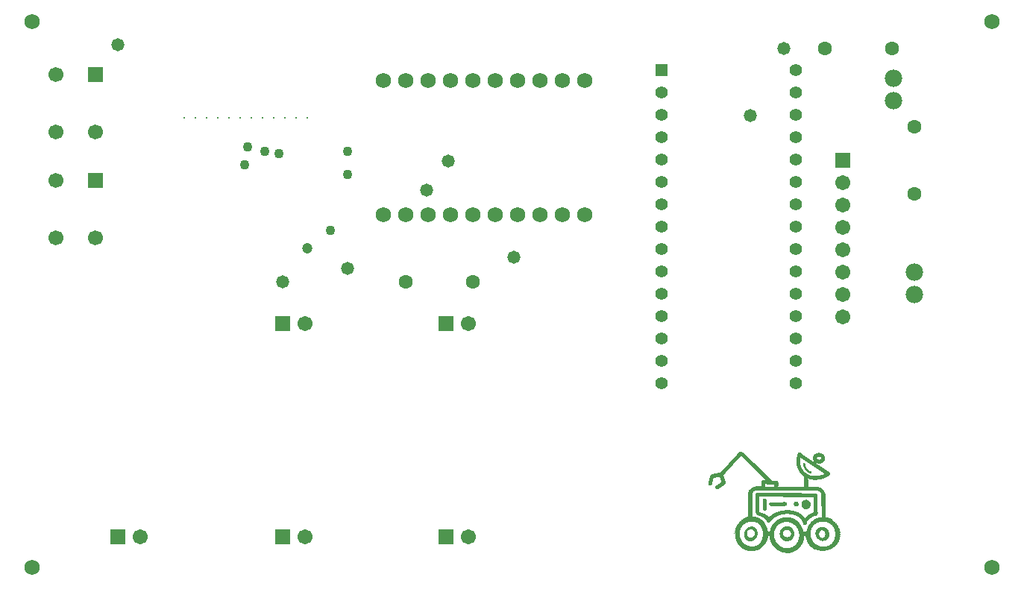
<source format=gts>
G04*
G04 #@! TF.GenerationSoftware,Altium Limited,Altium Designer,22.5.1 (42)*
G04*
G04 Layer_Color=8388736*
%FSLAX44Y44*%
%MOMM*%
G71*
G04*
G04 #@! TF.SameCoordinates,EAF0AC03-D26C-4CD7-8958-07DA66C51CBC*
G04*
G04*
G04 #@! TF.FilePolarity,Negative*
G04*
G01*
G75*
%ADD16C,0.2286*%
%ADD17C,1.7032*%
%ADD18R,1.7032X1.7032*%
%ADD19C,1.7012*%
%ADD20R,1.7012X1.7012*%
%ADD21C,1.6032*%
%ADD22C,1.7272*%
%ADD23C,1.4140*%
%ADD24R,1.4140X1.4140*%
%ADD25R,1.7032X1.7032*%
%ADD26C,1.9812*%
%ADD27C,1.2032*%
%ADD28C,1.4732*%
%ADD29C,1.1032*%
G36*
X826637Y378384D02*
X828059D01*
Y378100D01*
X828628D01*
Y377816D01*
X828912D01*
Y377531D01*
X829196D01*
Y377247D01*
X829765D01*
Y376963D01*
X830049D01*
Y376678D01*
X830334D01*
Y376394D01*
X830618D01*
Y376110D01*
X830902D01*
Y375825D01*
X831187D01*
Y375541D01*
X831471D01*
Y375257D01*
X831755D01*
Y374972D01*
X832040D01*
Y374688D01*
X832324D01*
Y374404D01*
X832608D01*
Y374119D01*
X832893D01*
Y373835D01*
X833177D01*
Y373551D01*
X833461D01*
Y373266D01*
X833745D01*
Y372982D01*
X834030D01*
Y372698D01*
X834314D01*
Y372413D01*
X834598D01*
Y372129D01*
X834883D01*
Y371845D01*
X835167D01*
Y371560D01*
X835452D01*
Y371276D01*
X835736D01*
Y370992D01*
X836020D01*
Y370707D01*
X836304D01*
Y370423D01*
X836589D01*
Y370139D01*
X836873D01*
Y369854D01*
X837158D01*
Y369570D01*
X837442D01*
Y369286D01*
X837726D01*
Y369001D01*
X838010D01*
Y368717D01*
X838295D01*
Y368433D01*
X838579D01*
Y368148D01*
X838863D01*
Y367864D01*
X839148D01*
Y367580D01*
X839432D01*
Y367295D01*
X839716D01*
Y367011D01*
X840001D01*
Y366727D01*
X840285D01*
Y366442D01*
X840569D01*
Y366158D01*
X840854D01*
Y365874D01*
X841422D01*
Y365589D01*
X841707D01*
Y365305D01*
X841991D01*
Y365021D01*
X842275D01*
Y364736D01*
X842560D01*
Y364452D01*
X842844D01*
Y364168D01*
X843128D01*
Y363883D01*
X843413D01*
Y363599D01*
X843697D01*
Y363315D01*
X843981D01*
Y363031D01*
X844266D01*
Y362746D01*
X844550D01*
Y362462D01*
X844834D01*
Y362178D01*
X845119D01*
Y361893D01*
X845403D01*
Y361609D01*
X845687D01*
Y361325D01*
X845972D01*
Y361040D01*
X846256D01*
Y360756D01*
X846540D01*
Y360471D01*
X846825D01*
Y360187D01*
X847109D01*
Y359903D01*
X847393D01*
Y359618D01*
X847678D01*
Y359334D01*
X847962D01*
Y359050D01*
X848246D01*
Y358765D01*
X848531D01*
Y358481D01*
X848815D01*
Y358197D01*
X849099D01*
Y357912D01*
X849384D01*
Y357628D01*
X849668D01*
Y357344D01*
X849952D01*
Y357060D01*
X850237D01*
Y356775D01*
X850521D01*
Y356491D01*
X850805D01*
Y356207D01*
X851090D01*
Y355922D01*
X851374D01*
Y355638D01*
X851658D01*
Y355354D01*
X851943D01*
Y355069D01*
X852227D01*
Y354785D01*
X852795D01*
Y354501D01*
X853080D01*
Y354216D01*
X853364D01*
Y353932D01*
X853649D01*
Y353648D01*
X853933D01*
Y353363D01*
X854217D01*
Y353079D01*
X854501D01*
Y352795D01*
X854786D01*
Y352510D01*
X855070D01*
Y352226D01*
X855355D01*
Y351942D01*
X855639D01*
Y351657D01*
X855923D01*
Y351373D01*
X856208D01*
Y351089D01*
X856492D01*
Y350804D01*
X856776D01*
Y350520D01*
X857060D01*
Y350236D01*
X857345D01*
Y349951D01*
X857629D01*
Y349667D01*
X857913D01*
Y349383D01*
X858198D01*
Y349098D01*
X858482D01*
Y348814D01*
X858766D01*
Y348530D01*
X859051D01*
Y348245D01*
X859335D01*
Y347961D01*
X859619D01*
Y347677D01*
X859904D01*
Y347392D01*
X860188D01*
Y347108D01*
X860472D01*
Y346824D01*
X860757D01*
Y346539D01*
X861041D01*
Y346255D01*
X861325D01*
Y345971D01*
X866728D01*
Y345686D01*
X867865D01*
Y345402D01*
X868149D01*
Y345118D01*
X868434D01*
Y344833D01*
X868718D01*
Y343980D01*
X869002D01*
Y340000D01*
X868718D01*
Y339147D01*
X892886D01*
Y338862D01*
X898288D01*
Y350520D01*
X898004D01*
Y350804D01*
X897435D01*
Y351089D01*
X897151D01*
Y351373D01*
X896866D01*
Y351657D01*
X896298D01*
Y351942D01*
X896013D01*
Y352226D01*
X895729D01*
Y352510D01*
X895445D01*
Y352795D01*
X895160D01*
Y353079D01*
X894876D01*
Y353363D01*
X894592D01*
Y353648D01*
X894307D01*
Y353932D01*
X894023D01*
Y354216D01*
X893739D01*
Y354785D01*
X893455D01*
Y355069D01*
X893170D01*
Y355354D01*
X892886D01*
Y355922D01*
X892601D01*
Y356207D01*
X892317D01*
Y356775D01*
X892033D01*
Y357344D01*
X891749D01*
Y357912D01*
X891464D01*
Y358481D01*
X891180D01*
Y359050D01*
X890895D01*
Y359618D01*
X890611D01*
Y360471D01*
X890327D01*
Y361325D01*
X890042D01*
Y362462D01*
X889758D01*
Y363883D01*
X889474D01*
Y366442D01*
X889190D01*
Y368717D01*
X889474D01*
Y371276D01*
X889758D01*
Y372982D01*
X890042D01*
Y374119D01*
X890327D01*
Y374972D01*
X890611D01*
Y375825D01*
X890895D01*
Y376678D01*
X891180D01*
Y376963D01*
X891464D01*
Y377531D01*
X892033D01*
Y377816D01*
X892601D01*
Y378100D01*
X893455D01*
Y377816D01*
X894307D01*
Y377531D01*
X894592D01*
Y377247D01*
X894876D01*
Y376678D01*
X895160D01*
Y376394D01*
X895445D01*
Y376110D01*
X895729D01*
Y375825D01*
X896298D01*
Y375541D01*
X896582D01*
Y375257D01*
X897151D01*
Y374972D01*
X897435D01*
Y374688D01*
X898004D01*
Y374404D01*
X898288D01*
Y374119D01*
X898857D01*
Y373835D01*
X899141D01*
Y373551D01*
X899710D01*
Y373266D01*
X899994D01*
Y372982D01*
X900563D01*
Y372698D01*
X900847D01*
Y372413D01*
X901416D01*
Y372129D01*
X901700D01*
Y371845D01*
X902269D01*
Y371560D01*
X902553D01*
Y371276D01*
X903122D01*
Y370992D01*
X903406D01*
Y370707D01*
X903975D01*
Y370423D01*
X904259D01*
Y370139D01*
X904828D01*
Y369854D01*
X905112D01*
Y369570D01*
X905681D01*
Y369286D01*
X905965D01*
Y369001D01*
X906534D01*
Y368717D01*
X906818D01*
Y368433D01*
X907387D01*
Y368148D01*
X907671D01*
Y367864D01*
X908240D01*
Y367580D01*
X908524D01*
Y367295D01*
X909092D01*
Y367580D01*
X909377D01*
Y368433D01*
X909092D01*
Y368717D01*
X908808D01*
Y369286D01*
X908524D01*
Y370423D01*
X908240D01*
Y372413D01*
X908524D01*
Y373551D01*
X908808D01*
Y374119D01*
X909092D01*
Y374688D01*
X909377D01*
Y374972D01*
X909661D01*
Y375257D01*
X909946D01*
Y375541D01*
X910230D01*
Y375825D01*
X910514D01*
Y376110D01*
X910798D01*
Y376394D01*
X911367D01*
Y376678D01*
X911936D01*
Y376963D01*
X912789D01*
Y377247D01*
X913926D01*
Y377531D01*
X915916D01*
Y377247D01*
X917054D01*
Y376963D01*
X917907D01*
Y376678D01*
X918475D01*
Y376394D01*
X919044D01*
Y376110D01*
X919328D01*
Y375825D01*
X919897D01*
Y375541D01*
X920181D01*
Y375257D01*
X920466D01*
Y374688D01*
X920750D01*
Y374404D01*
X921034D01*
Y373835D01*
X921319D01*
Y373266D01*
X921603D01*
Y372413D01*
X921887D01*
Y370139D01*
X921603D01*
Y369001D01*
X921319D01*
Y368433D01*
X921034D01*
Y368148D01*
X920750D01*
Y367580D01*
X920466D01*
Y367295D01*
X920181D01*
Y367011D01*
X919897D01*
Y366727D01*
X919328D01*
Y366442D01*
X919044D01*
Y366158D01*
X918475D01*
Y365874D01*
X917907D01*
Y365589D01*
X917054D01*
Y365305D01*
X913357D01*
Y365589D01*
X912505D01*
Y364736D01*
X912789D01*
Y364452D01*
X913357D01*
Y364168D01*
X913642D01*
Y363883D01*
X914210D01*
Y363599D01*
X914495D01*
Y363315D01*
X915063D01*
Y363031D01*
X915348D01*
Y362746D01*
X915916D01*
Y362462D01*
X916201D01*
Y362178D01*
X916769D01*
Y361893D01*
X917054D01*
Y361609D01*
X917622D01*
Y361325D01*
X917907D01*
Y361040D01*
X918475D01*
Y360756D01*
X918760D01*
Y360471D01*
X919328D01*
Y360187D01*
X919613D01*
Y359903D01*
X920181D01*
Y359618D01*
X920466D01*
Y359334D01*
X921034D01*
Y359050D01*
X921319D01*
Y358765D01*
X921887D01*
Y358481D01*
X922172D01*
Y358197D01*
X922740D01*
Y357912D01*
X923025D01*
Y357628D01*
X923593D01*
Y357344D01*
X923878D01*
Y357060D01*
X924446D01*
Y356775D01*
X924731D01*
Y356491D01*
X925015D01*
Y356207D01*
X925584D01*
Y355922D01*
X926152D01*
Y355638D01*
X926437D01*
Y355354D01*
X926721D01*
Y355069D01*
X927005D01*
Y354785D01*
X927290D01*
Y354501D01*
X927574D01*
Y353932D01*
X927858D01*
Y353648D01*
X927574D01*
Y352795D01*
X927290D01*
Y352226D01*
X927005D01*
Y351942D01*
X926721D01*
Y351657D01*
X926437D01*
Y351373D01*
X925868D01*
Y351089D01*
X925584D01*
Y350804D01*
X925015D01*
Y350520D01*
X924446D01*
Y350236D01*
X923878D01*
Y349951D01*
X923309D01*
Y349667D01*
X922740D01*
Y349383D01*
X922172D01*
Y349098D01*
X921319D01*
Y348814D01*
X920750D01*
Y348530D01*
X919897D01*
Y348245D01*
X919044D01*
Y347961D01*
X917907D01*
Y347677D01*
X916769D01*
Y347392D01*
X915348D01*
Y347108D01*
X913073D01*
Y346824D01*
X908524D01*
Y347108D01*
X906249D01*
Y347392D01*
X905112D01*
Y347677D01*
X903975D01*
Y347961D01*
X903122D01*
Y348245D01*
X902837D01*
Y347961D01*
X902553D01*
Y347677D01*
X902837D01*
Y338862D01*
X913357D01*
Y338578D01*
X915063D01*
Y338294D01*
X915916D01*
Y338010D01*
X916485D01*
Y337725D01*
X917054D01*
Y337441D01*
X917622D01*
Y337157D01*
X917907D01*
Y336872D01*
X918475D01*
Y336588D01*
X918760D01*
Y336304D01*
X919044D01*
Y336019D01*
X919328D01*
Y335735D01*
X919613D01*
Y335451D01*
X919897D01*
Y335166D01*
X920181D01*
Y334598D01*
X920466D01*
Y334313D01*
X920750D01*
Y333745D01*
X921034D01*
Y333176D01*
X921319D01*
Y332607D01*
X921603D01*
Y331754D01*
X921887D01*
Y330901D01*
X922172D01*
Y329195D01*
X922456D01*
Y325499D01*
X922172D01*
Y314410D01*
X922456D01*
Y306733D01*
X922740D01*
Y306449D01*
X922456D01*
Y305312D01*
X922740D01*
Y304743D01*
X922456D01*
Y304459D01*
X923593D01*
Y304174D01*
X924731D01*
Y303890D01*
X925584D01*
Y303606D01*
X926152D01*
Y303321D01*
X927005D01*
Y303037D01*
X927574D01*
Y302753D01*
X927858D01*
Y303037D01*
X928427D01*
Y302753D01*
X928142D01*
Y302468D01*
X928427D01*
Y302184D01*
X928996D01*
Y301900D01*
X929564D01*
Y301616D01*
X929848D01*
Y301331D01*
X930133D01*
Y301047D01*
X930702D01*
Y300763D01*
X930986D01*
Y300478D01*
X931270D01*
Y300194D01*
X932123D01*
Y299057D01*
X933260D01*
Y298772D01*
X933545D01*
Y298488D01*
X933829D01*
Y297635D01*
X934682D01*
Y297066D01*
X934966D01*
Y296782D01*
X935251D01*
Y296498D01*
X935535D01*
Y295929D01*
X935819D01*
Y295645D01*
X936104D01*
Y295360D01*
X935819D01*
Y295076D01*
X936388D01*
Y294792D01*
X936672D01*
Y294223D01*
X936957D01*
Y293939D01*
X936672D01*
Y293654D01*
X937241D01*
Y293370D01*
X937525D01*
Y292801D01*
X937241D01*
Y292517D01*
X937810D01*
Y291948D01*
X938094D01*
Y291095D01*
X938378D01*
Y290242D01*
X938663D01*
Y289389D01*
X938947D01*
Y287968D01*
X939231D01*
Y286546D01*
X938663D01*
Y286262D01*
X938947D01*
Y285693D01*
X939231D01*
Y283987D01*
X938947D01*
Y283134D01*
X939231D01*
Y281712D01*
X938947D01*
Y280575D01*
X938663D01*
Y279722D01*
X938378D01*
Y279438D01*
X938094D01*
Y279154D01*
X938378D01*
Y278585D01*
X938094D01*
Y278016D01*
X937810D01*
Y277448D01*
X937525D01*
Y276595D01*
X937241D01*
Y276310D01*
X936672D01*
Y276026D01*
X936957D01*
Y275742D01*
X936388D01*
Y275457D01*
X936672D01*
Y275173D01*
X936388D01*
Y274889D01*
X935819D01*
Y274604D01*
X936104D01*
Y274320D01*
X935819D01*
Y273751D01*
X935535D01*
Y273467D01*
X935251D01*
Y273183D01*
X934966D01*
Y272898D01*
X934398D01*
Y272330D01*
X934113D01*
Y272045D01*
X933545D01*
Y271761D01*
X933829D01*
Y271477D01*
X933545D01*
Y271192D01*
X933260D01*
Y270908D01*
X932976D01*
Y270624D01*
X932408D01*
Y270339D01*
X932123D01*
Y270055D01*
X931270D01*
Y269486D01*
X930986D01*
Y269202D01*
X930702D01*
Y269486D01*
X930417D01*
Y268918D01*
X928996D01*
Y268633D01*
X928711D01*
Y268349D01*
X928142D01*
Y268065D01*
X927574D01*
Y267780D01*
X926721D01*
Y267496D01*
X925868D01*
Y267212D01*
X925015D01*
Y266928D01*
X923593D01*
Y266643D01*
X922172D01*
Y266359D01*
X919613D01*
Y266075D01*
X917338D01*
Y266359D01*
X915348D01*
Y266643D01*
X913926D01*
Y266928D01*
X913073D01*
Y267212D01*
X912220D01*
Y267496D01*
X910798D01*
Y267780D01*
X910230D01*
Y268065D01*
X909377D01*
Y268349D01*
X908524D01*
Y268633D01*
X908240D01*
Y268918D01*
X908524D01*
Y269202D01*
X907671D01*
Y269771D01*
X907102D01*
Y270055D01*
X906534D01*
Y270339D01*
X906249D01*
Y270624D01*
X905965D01*
Y270908D01*
X905681D01*
Y271192D01*
X905396D01*
Y271477D01*
X905112D01*
Y271761D01*
X904828D01*
Y272045D01*
X905112D01*
Y272330D01*
X904828D01*
Y272614D01*
X904543D01*
Y272330D01*
X904259D01*
Y272614D01*
X903975D01*
Y272898D01*
X904259D01*
Y273467D01*
X903975D01*
Y273183D01*
X903690D01*
Y273467D01*
X903406D01*
Y273751D01*
X903122D01*
Y274320D01*
X902837D01*
Y274604D01*
X903122D01*
Y274889D01*
X902553D01*
Y275173D01*
X902269D01*
Y275742D01*
X901984D01*
Y276026D01*
X902269D01*
Y276310D01*
X901700D01*
Y276879D01*
X901416D01*
Y277732D01*
X901131D01*
Y278301D01*
X900847D01*
Y279154D01*
X900563D01*
Y280007D01*
X900847D01*
Y280291D01*
X900563D01*
Y280575D01*
X900278D01*
Y281428D01*
X899994D01*
Y282565D01*
X898288D01*
Y280860D01*
X898004D01*
Y280575D01*
X897719D01*
Y280291D01*
X897435D01*
Y280007D01*
X898004D01*
Y279154D01*
X897719D01*
Y278016D01*
X897435D01*
Y277448D01*
X897151D01*
Y277163D01*
X896866D01*
Y276879D01*
X897151D01*
Y276310D01*
X896866D01*
Y275742D01*
X896582D01*
Y275173D01*
X896298D01*
Y274604D01*
X896013D01*
Y274036D01*
X895729D01*
Y273467D01*
X895445D01*
Y273183D01*
X895160D01*
Y272614D01*
X894876D01*
Y272330D01*
X894592D01*
Y271761D01*
X894307D01*
Y271477D01*
X894023D01*
Y271192D01*
X893739D01*
Y270624D01*
X893170D01*
Y270055D01*
X892886D01*
Y269771D01*
X892601D01*
Y269486D01*
X892317D01*
Y269202D01*
X892033D01*
Y268918D01*
X891749D01*
Y268633D01*
X891464D01*
Y268349D01*
X891180D01*
Y268633D01*
X890895D01*
Y267780D01*
X890327D01*
Y267496D01*
X890042D01*
Y267212D01*
X889758D01*
Y266928D01*
X888905D01*
Y266643D01*
X888337D01*
Y266075D01*
X887768D01*
Y265790D01*
X887199D01*
Y265506D01*
X886915D01*
Y265222D01*
X886346D01*
Y265506D01*
X886062D01*
Y265222D01*
X885493D01*
Y264653D01*
X885209D01*
Y264937D01*
X884925D01*
Y264653D01*
X884356D01*
Y264368D01*
X883787D01*
Y264084D01*
X882934D01*
Y263800D01*
X880944D01*
Y263515D01*
X876963D01*
Y264084D01*
X874973D01*
Y264368D01*
X873836D01*
Y264653D01*
X872983D01*
Y264937D01*
X872130D01*
Y265222D01*
X871277D01*
Y265506D01*
X870708D01*
Y265790D01*
X869855D01*
Y266075D01*
X869571D01*
Y266359D01*
X869002D01*
Y266643D01*
X868434D01*
Y266928D01*
X868149D01*
Y267212D01*
X867581D01*
Y267496D01*
X867296D01*
Y267780D01*
X866728D01*
Y268065D01*
X866443D01*
Y268349D01*
X866159D01*
Y268633D01*
X865875D01*
Y268918D01*
X865590D01*
Y269202D01*
X865022D01*
Y269486D01*
X864737D01*
Y270055D01*
X864169D01*
Y270624D01*
X863884D01*
Y270908D01*
X863600D01*
Y271192D01*
X863316D01*
Y271477D01*
X863031D01*
Y271761D01*
X862747D01*
Y272330D01*
X862463D01*
Y272614D01*
X862178D01*
Y273183D01*
X861894D01*
Y273467D01*
X861610D01*
Y274036D01*
X861325D01*
Y274604D01*
X861041D01*
Y275173D01*
X860757D01*
Y275742D01*
X860472D01*
Y276310D01*
X860188D01*
Y277163D01*
X859904D01*
Y277732D01*
X859619D01*
Y278869D01*
X859335D01*
Y280007D01*
X859051D01*
Y281144D01*
X858766D01*
Y283134D01*
X857345D01*
Y282281D01*
X857060D01*
Y280575D01*
X856776D01*
Y279722D01*
X856492D01*
Y278869D01*
X856208D01*
Y278016D01*
X855923D01*
Y277448D01*
X855639D01*
Y276879D01*
X855355D01*
Y276310D01*
X855070D01*
Y275742D01*
X854786D01*
Y275457D01*
X854501D01*
Y274889D01*
X854217D01*
Y274604D01*
X853933D01*
Y274036D01*
X853649D01*
Y273751D01*
X853364D01*
Y273467D01*
X853080D01*
Y272898D01*
X852795D01*
Y272614D01*
X852511D01*
Y272330D01*
X852227D01*
Y272045D01*
X851943D01*
Y271761D01*
X851658D01*
Y271477D01*
X851374D01*
Y271192D01*
X850805D01*
Y270908D01*
X850521D01*
Y270624D01*
X850237D01*
Y270339D01*
X849952D01*
Y270055D01*
X849384D01*
Y269771D01*
X849099D01*
Y269486D01*
X848815D01*
Y269202D01*
X848531D01*
Y268918D01*
X848246D01*
Y268633D01*
X848531D01*
Y268349D01*
X848246D01*
Y268633D01*
X847962D01*
Y268349D01*
X847678D01*
Y268065D01*
X847393D01*
Y267780D01*
X846825D01*
Y267496D01*
X846540D01*
Y267212D01*
X846256D01*
Y266928D01*
X845687D01*
Y266643D01*
X842560D01*
Y266359D01*
X841422D01*
Y266075D01*
X839716D01*
Y265790D01*
X836873D01*
Y266075D01*
X834598D01*
Y266359D01*
X833461D01*
Y266643D01*
X832324D01*
Y266928D01*
X831471D01*
Y267212D01*
X830902D01*
Y267496D01*
X830334D01*
Y267780D01*
X829765D01*
Y268065D01*
X829196D01*
Y268349D01*
X828628D01*
Y268633D01*
X828343D01*
Y268918D01*
X827775D01*
Y269202D01*
X827490D01*
Y269486D01*
X827206D01*
Y269771D01*
X826637D01*
Y270055D01*
X826353D01*
Y270339D01*
X826069D01*
Y270624D01*
X825784D01*
Y270908D01*
X825500D01*
Y271192D01*
X825216D01*
Y271477D01*
X824931D01*
Y271761D01*
X824647D01*
Y272045D01*
X824363D01*
Y272330D01*
X824078D01*
Y272614D01*
X823794D01*
Y273183D01*
X823510D01*
Y273467D01*
X823225D01*
Y273751D01*
X822941D01*
Y274320D01*
X822657D01*
Y274889D01*
X822372D01*
Y275173D01*
X822088D01*
Y275742D01*
X821804D01*
Y276310D01*
X821519D01*
Y276879D01*
X821235D01*
Y277732D01*
X820951D01*
Y278585D01*
X820666D01*
Y279438D01*
X820382D01*
Y280575D01*
X820098D01*
Y282281D01*
X819813D01*
Y286262D01*
X819529D01*
Y285977D01*
X818960D01*
Y285693D01*
X818392D01*
Y286262D01*
X818676D01*
Y286546D01*
X819245D01*
Y287115D01*
X819813D01*
Y287968D01*
X819529D01*
Y289105D01*
X819813D01*
Y290242D01*
X820098D01*
Y291095D01*
X820666D01*
Y291380D01*
X820382D01*
Y291948D01*
X820666D01*
Y292517D01*
X820951D01*
Y293086D01*
X821519D01*
Y293370D01*
X821235D01*
Y293654D01*
X821804D01*
Y293939D01*
X821519D01*
Y294223D01*
X821804D01*
Y294792D01*
X822088D01*
Y295360D01*
X822372D01*
Y295645D01*
X822941D01*
Y295929D01*
X822657D01*
Y296213D01*
X822941D01*
Y296498D01*
X823225D01*
Y296782D01*
X823510D01*
Y297351D01*
X823794D01*
Y297635D01*
X824078D01*
Y297919D01*
X824363D01*
Y298488D01*
X824647D01*
Y298772D01*
X824931D01*
Y299057D01*
X825216D01*
Y299341D01*
X825500D01*
Y299625D01*
X825784D01*
Y299910D01*
X826069D01*
Y300194D01*
X826637D01*
Y300478D01*
X826922D01*
Y301047D01*
X827206D01*
Y301331D01*
X827775D01*
Y301616D01*
X828059D01*
Y301900D01*
X828343D01*
Y302184D01*
X829196D01*
Y302753D01*
X829481D01*
Y303037D01*
X830049D01*
Y303321D01*
X830902D01*
Y303606D01*
X831187D01*
Y303890D01*
X831471D01*
Y304174D01*
X832040D01*
Y304459D01*
X833177D01*
Y304743D01*
X833461D01*
Y304459D01*
X833745D01*
Y305028D01*
X834030D01*
Y305312D01*
X834314D01*
Y315548D01*
X834598D01*
Y321234D01*
X834314D01*
Y321803D01*
X834030D01*
Y322087D01*
X834598D01*
Y321803D01*
X834883D01*
Y326921D01*
X834598D01*
Y327205D01*
X834883D01*
Y327489D01*
X834598D01*
Y328627D01*
X834883D01*
Y329195D01*
X834598D01*
Y332039D01*
X834883D01*
Y332892D01*
X835167D01*
Y334029D01*
X835452D01*
Y334598D01*
X835736D01*
Y335166D01*
X836020D01*
Y335451D01*
X836589D01*
Y335735D01*
X836873D01*
Y336019D01*
X837158D01*
Y336304D01*
X837442D01*
Y336588D01*
X837726D01*
Y336872D01*
X838010D01*
Y337157D01*
X838579D01*
Y337441D01*
X838863D01*
Y337725D01*
X839148D01*
Y338010D01*
X839716D01*
Y338294D01*
X840285D01*
Y338578D01*
X840854D01*
Y338862D01*
X841707D01*
Y339147D01*
X843128D01*
Y339431D01*
X849384D01*
Y342843D01*
Y343128D01*
X849668D01*
Y344833D01*
X849952D01*
Y345402D01*
X850237D01*
Y345686D01*
X850521D01*
Y345971D01*
X850805D01*
Y346255D01*
X851943D01*
Y346539D01*
X853364D01*
Y346255D01*
X854786D01*
Y346539D01*
X854501D01*
Y346824D01*
X854217D01*
Y347108D01*
X853933D01*
Y347392D01*
X853649D01*
Y347677D01*
X853364D01*
Y347961D01*
X853080D01*
Y348245D01*
X852795D01*
Y348530D01*
X852511D01*
Y348814D01*
X852227D01*
Y349098D01*
X851943D01*
Y349383D01*
X851658D01*
Y349667D01*
X851374D01*
Y349951D01*
X851090D01*
Y350236D01*
X850805D01*
Y350520D01*
X850521D01*
Y350804D01*
X850237D01*
Y351089D01*
X849952D01*
Y351373D01*
X849668D01*
Y351657D01*
X849384D01*
Y351942D01*
X848815D01*
Y352226D01*
X848531D01*
Y352510D01*
X848246D01*
Y352795D01*
X847962D01*
Y353079D01*
X847678D01*
Y353363D01*
X847393D01*
Y353648D01*
X847109D01*
Y353932D01*
X846825D01*
Y354216D01*
X846540D01*
Y354501D01*
X846256D01*
Y354785D01*
X845972D01*
Y355069D01*
X845687D01*
Y355354D01*
X845403D01*
Y355638D01*
X845119D01*
Y355922D01*
X844834D01*
Y356207D01*
X844550D01*
Y356491D01*
X844266D01*
Y356775D01*
X843981D01*
Y357060D01*
X843697D01*
Y357344D01*
X843413D01*
Y357628D01*
X843128D01*
Y357912D01*
X842844D01*
Y358197D01*
X842560D01*
Y358481D01*
X842275D01*
Y358765D01*
X841991D01*
Y359050D01*
X841707D01*
Y359334D01*
X841422D01*
Y359618D01*
X841138D01*
Y359903D01*
X840854D01*
Y360187D01*
X840569D01*
Y360471D01*
X840285D01*
Y360756D01*
X840001D01*
Y361040D01*
X839716D01*
Y361325D01*
X839432D01*
Y361609D01*
X839148D01*
Y361893D01*
X838863D01*
Y362178D01*
X838579D01*
Y362462D01*
X838295D01*
Y362746D01*
X838010D01*
Y363031D01*
X837726D01*
Y363315D01*
X837442D01*
Y363599D01*
X837158D01*
Y363883D01*
X836589D01*
Y364168D01*
X836304D01*
Y364452D01*
X836020D01*
Y364736D01*
X835736D01*
Y365021D01*
X835452D01*
Y365305D01*
X835167D01*
Y365589D01*
X834883D01*
Y365874D01*
X834598D01*
Y366158D01*
X834314D01*
Y366442D01*
X834030D01*
Y366727D01*
X833745D01*
Y367011D01*
X833461D01*
Y367295D01*
X833177D01*
Y367580D01*
X832893D01*
Y367864D01*
X832608D01*
Y368148D01*
X832324D01*
Y368433D01*
X832040D01*
Y368717D01*
X831755D01*
Y369001D01*
X831471D01*
Y369286D01*
X831187D01*
Y369570D01*
X830902D01*
Y369854D01*
X830618D01*
Y370139D01*
X830334D01*
Y370423D01*
X830049D01*
Y370707D01*
X829765D01*
Y370992D01*
X829481D01*
Y371276D01*
X829196D01*
Y371560D01*
X828912D01*
Y371845D01*
X828628D01*
Y372129D01*
X828343D01*
Y372413D01*
X828059D01*
Y372698D01*
X827775D01*
Y372982D01*
X827490D01*
Y373266D01*
X827206D01*
Y373551D01*
X826922D01*
Y373835D01*
X826353D01*
Y373551D01*
X826069D01*
Y373266D01*
X825784D01*
Y372982D01*
X825500D01*
Y372698D01*
X825216D01*
Y372413D01*
X824931D01*
Y372129D01*
X824647D01*
Y371845D01*
X824363D01*
Y371560D01*
X824078D01*
Y371276D01*
X823794D01*
Y370707D01*
X823510D01*
Y370423D01*
X823225D01*
Y370139D01*
X822941D01*
Y369854D01*
X822657D01*
Y369570D01*
X822372D01*
Y369286D01*
X822088D01*
Y369001D01*
X821804D01*
Y368717D01*
X821519D01*
Y368433D01*
X821235D01*
Y368148D01*
X820951D01*
Y367580D01*
X820666D01*
Y367295D01*
X820382D01*
Y367011D01*
X820098D01*
Y366727D01*
X819813D01*
Y366442D01*
X819529D01*
Y366158D01*
X819245D01*
Y365874D01*
X818960D01*
Y365589D01*
X818676D01*
Y365305D01*
X818392D01*
Y365021D01*
X818108D01*
Y364736D01*
X817823D01*
Y364168D01*
X817539D01*
Y363883D01*
X817254D01*
Y363599D01*
X816970D01*
Y363315D01*
X816686D01*
Y363031D01*
X816402D01*
Y362746D01*
X816117D01*
Y362462D01*
X815833D01*
Y362178D01*
X815548D01*
Y361893D01*
X815264D01*
Y361609D01*
X814980D01*
Y361325D01*
X814696D01*
Y360756D01*
X814411D01*
Y360471D01*
X814127D01*
Y360187D01*
X813842D01*
Y359903D01*
X813558D01*
Y359618D01*
X813274D01*
Y359334D01*
X812990D01*
Y359050D01*
X812705D01*
Y358765D01*
X812421D01*
Y358481D01*
X812137D01*
Y357912D01*
X811852D01*
Y357628D01*
X811568D01*
Y357344D01*
X811284D01*
Y357060D01*
X810999D01*
Y356775D01*
X810715D01*
Y356491D01*
X810431D01*
Y356207D01*
X810146D01*
Y355922D01*
X809862D01*
Y355638D01*
X809578D01*
Y355354D01*
X809293D01*
Y355069D01*
X809009D01*
Y354501D01*
X808725D01*
Y354216D01*
X808440D01*
Y353932D01*
X808156D01*
Y353648D01*
X807872D01*
Y353363D01*
X807587D01*
Y353079D01*
X807303D01*
Y352795D01*
X807019D01*
Y352510D01*
X806734D01*
Y352226D01*
X806450D01*
Y351373D01*
X806734D01*
Y350520D01*
X807019D01*
Y349667D01*
X807303D01*
Y348814D01*
X807587D01*
Y347961D01*
X807872D01*
Y347108D01*
X808156D01*
Y346255D01*
X808440D01*
Y345402D01*
X808725D01*
Y344549D01*
X809009D01*
Y343696D01*
X809293D01*
Y343128D01*
X809009D01*
Y342275D01*
X808725D01*
Y341990D01*
X808440D01*
Y341706D01*
X808156D01*
Y341422D01*
X807872D01*
Y341137D01*
X807303D01*
Y340853D01*
X807019D01*
Y340569D01*
X806734D01*
Y340284D01*
X806166D01*
Y340000D01*
X805881D01*
Y339715D01*
X805313D01*
Y339431D01*
X805028D01*
Y339147D01*
X804460D01*
Y338862D01*
X804175D01*
Y338578D01*
X803607D01*
Y338294D01*
X803322D01*
Y338010D01*
X802754D01*
Y337725D01*
X802469D01*
Y337441D01*
X801901D01*
Y337157D01*
X801616D01*
Y336872D01*
X801048D01*
Y336588D01*
X800763D01*
Y336304D01*
X798773D01*
Y336588D01*
X798489D01*
Y336872D01*
X798204D01*
Y337157D01*
X797920D01*
Y337441D01*
X797636D01*
Y339715D01*
X797920D01*
Y340000D01*
X798204D01*
Y340284D01*
X798489D01*
Y340569D01*
X799057D01*
Y340853D01*
X799342D01*
Y341137D01*
X799910D01*
Y341422D01*
X800195D01*
Y341706D01*
X800763D01*
Y341990D01*
X801048D01*
Y342275D01*
X801616D01*
Y342559D01*
X801901D01*
Y342843D01*
X802469D01*
Y343128D01*
X802754D01*
Y343412D01*
X803322D01*
Y343696D01*
X803607D01*
Y343980D01*
X804175D01*
Y345118D01*
X803891D01*
Y345971D01*
X803607D01*
Y346539D01*
X803322D01*
Y347677D01*
X803038D01*
Y348530D01*
X802754D01*
Y349383D01*
X802469D01*
Y350236D01*
X801048D01*
Y349951D01*
X799910D01*
Y349667D01*
X798489D01*
Y349383D01*
X797067D01*
Y349098D01*
X795930D01*
Y348814D01*
X795361D01*
Y347961D01*
X795077D01*
Y346824D01*
X794792D01*
Y345686D01*
X794508D01*
Y344833D01*
X794224D01*
Y343696D01*
X793940D01*
Y342559D01*
X793655D01*
Y341706D01*
X793371D01*
Y341137D01*
X793087D01*
Y340853D01*
X792802D01*
Y340569D01*
X792234D01*
Y340284D01*
X790528D01*
Y340569D01*
X790243D01*
Y340853D01*
X789959D01*
Y341137D01*
X789675D01*
Y341422D01*
X789390D01*
Y343696D01*
X789675D01*
Y344833D01*
X789959D01*
Y345686D01*
X790243D01*
Y346824D01*
X790528D01*
Y347961D01*
X790812D01*
Y349098D01*
X791096D01*
Y350236D01*
X791381D01*
Y351089D01*
X791665D01*
Y351942D01*
X791949D01*
Y352226D01*
X792234D01*
Y352510D01*
X792518D01*
Y352795D01*
X792802D01*
Y353079D01*
X794792D01*
Y353363D01*
X795930D01*
Y353648D01*
X797352D01*
Y353932D01*
X798489D01*
Y354216D01*
X799910D01*
Y354501D01*
X801332D01*
Y354785D01*
X802469D01*
Y355069D01*
X803322D01*
Y355354D01*
X803607D01*
Y355638D01*
X803891D01*
Y355922D01*
X804175D01*
Y356207D01*
X804460D01*
Y356491D01*
X804744D01*
Y356775D01*
X805028D01*
Y357060D01*
X805313D01*
Y357344D01*
X805597D01*
Y357628D01*
X805881D01*
Y357912D01*
X806166D01*
Y358481D01*
X806450D01*
Y358765D01*
X806734D01*
Y359050D01*
X807019D01*
Y359334D01*
X807303D01*
Y359618D01*
X807587D01*
Y359903D01*
X807872D01*
Y360187D01*
X808156D01*
Y360471D01*
X808440D01*
Y360756D01*
X808725D01*
Y361040D01*
X809009D01*
Y361325D01*
X809293D01*
Y361893D01*
X809578D01*
Y362178D01*
X809862D01*
Y362462D01*
X810146D01*
Y362746D01*
X810431D01*
Y363031D01*
X810715D01*
Y363315D01*
X810999D01*
Y363599D01*
X811284D01*
Y363883D01*
X811568D01*
Y364168D01*
X811852D01*
Y364452D01*
X812137D01*
Y364736D01*
X812421D01*
Y365305D01*
X812705D01*
Y365589D01*
X812990D01*
Y365874D01*
X813274D01*
Y366158D01*
X813558D01*
Y366442D01*
X813842D01*
Y366727D01*
X814127D01*
Y367011D01*
X814411D01*
Y367295D01*
X814696D01*
Y367580D01*
X814980D01*
Y367864D01*
X815264D01*
Y368148D01*
X815548D01*
Y368717D01*
X815833D01*
Y369001D01*
X816117D01*
Y369286D01*
X816402D01*
Y369570D01*
X816686D01*
Y369854D01*
X816970D01*
Y370139D01*
X817254D01*
Y370423D01*
X817539D01*
Y370707D01*
X817823D01*
Y370992D01*
X818108D01*
Y371276D01*
X818392D01*
Y371845D01*
X818676D01*
Y372129D01*
X818960D01*
Y372413D01*
X819245D01*
Y372698D01*
X819529D01*
Y372982D01*
X819813D01*
Y373266D01*
X820098D01*
Y373551D01*
X820382D01*
Y373835D01*
X820666D01*
Y374119D01*
X820951D01*
Y374404D01*
X821235D01*
Y374688D01*
X821519D01*
Y375257D01*
X821804D01*
Y375541D01*
X822088D01*
Y375825D01*
X822372D01*
Y376110D01*
X822657D01*
Y376394D01*
X822941D01*
Y376678D01*
X823225D01*
Y376963D01*
X823510D01*
Y377247D01*
X823794D01*
Y377531D01*
X824078D01*
Y377816D01*
X824363D01*
Y378100D01*
X824647D01*
Y378384D01*
X825216D01*
Y378669D01*
X826637D01*
Y378384D01*
D02*
G37*
G36*
X925299Y304174D02*
X924731D01*
Y304459D01*
X925299D01*
Y304174D01*
D02*
G37*
G36*
X925868Y303890D02*
X925584D01*
Y304174D01*
X925868D01*
Y303890D01*
D02*
G37*
G36*
X927290Y303321D02*
X927005D01*
Y303606D01*
X927290D01*
Y303321D01*
D02*
G37*
G36*
X929848Y301900D02*
X929564D01*
Y302184D01*
X929848D01*
Y301900D01*
D02*
G37*
G36*
X931270Y300763D02*
X930986D01*
Y301047D01*
X931270D01*
Y300763D01*
D02*
G37*
G36*
X894876Y269771D02*
X894592D01*
Y270055D01*
X894876D01*
Y269771D01*
D02*
G37*
%LPC*%
G36*
X916201Y372982D02*
X913926D01*
Y372698D01*
X913357D01*
Y372413D01*
X913073D01*
Y372129D01*
X912789D01*
Y370992D01*
X913073D01*
Y370707D01*
X913357D01*
Y370423D01*
X913642D01*
Y370139D01*
X913926D01*
Y369854D01*
X914495D01*
Y369570D01*
X915916D01*
Y369854D01*
X916769D01*
Y370139D01*
X917054D01*
Y370423D01*
X917338D01*
Y370707D01*
Y371845D01*
X917054D01*
Y372413D01*
X916485D01*
Y372698D01*
X916201D01*
Y372982D01*
D02*
G37*
G36*
X894876Y371560D02*
X894023D01*
Y370139D01*
X893739D01*
Y365021D01*
X894023D01*
Y363315D01*
X894307D01*
Y362462D01*
X894592D01*
Y361609D01*
X894876D01*
Y360756D01*
X895160D01*
Y360187D01*
X895445D01*
Y359618D01*
X895729D01*
Y359050D01*
X896013D01*
Y358765D01*
X896298D01*
Y358197D01*
X896582D01*
Y357912D01*
X896866D01*
Y357628D01*
X897151D01*
Y357344D01*
Y357060D01*
X897435D01*
Y356775D01*
X897719D01*
Y356491D01*
X898004D01*
Y356207D01*
X898288D01*
Y355922D01*
X898572D01*
Y355638D01*
X898857D01*
Y355354D01*
X899141D01*
Y355069D01*
X899425D01*
Y354785D01*
X899994D01*
Y354501D01*
X900278D01*
Y354216D01*
X900847D01*
Y353932D01*
X901131D01*
Y353648D01*
X901700D01*
Y353363D01*
X902269D01*
Y353079D01*
X902837D01*
Y352795D01*
X903406D01*
Y352510D01*
X904259D01*
Y352226D01*
X905112D01*
Y351942D01*
X906249D01*
Y351657D01*
X907671D01*
Y351373D01*
X913926D01*
Y351657D01*
X915632D01*
Y351942D01*
X916769D01*
Y352226D01*
X917907D01*
Y352510D01*
X918760D01*
Y352795D01*
X919613D01*
Y353079D01*
X920181D01*
Y353363D01*
X920750D01*
Y353648D01*
X921034D01*
Y353932D01*
X920750D01*
Y354216D01*
X920181D01*
Y354501D01*
X919897D01*
Y354785D01*
X919328D01*
Y355069D01*
X919044D01*
Y355354D01*
X918475D01*
Y355638D01*
X918191D01*
Y355922D01*
X917622D01*
Y356207D01*
X917338D01*
Y356491D01*
X916769D01*
Y356775D01*
X916485D01*
Y357060D01*
X915916D01*
Y357344D01*
X915632D01*
Y357628D01*
X915063D01*
Y357912D01*
X914779D01*
Y358197D01*
X914210D01*
Y358481D01*
X913926D01*
Y358765D01*
X913357D01*
Y359050D01*
X913073D01*
Y359334D01*
X912505D01*
Y359618D01*
X912220D01*
Y359903D01*
X911652D01*
Y360187D01*
X911367D01*
Y360471D01*
X910798D01*
Y360756D01*
X910514D01*
Y361040D01*
X909946D01*
Y361325D01*
X909661D01*
Y361609D01*
X909092D01*
Y361893D01*
X908808D01*
Y362178D01*
X908240D01*
Y362462D01*
X907955D01*
Y362746D01*
X907387D01*
Y363031D01*
X907102D01*
Y363315D01*
X906534D01*
Y363599D01*
X906249D01*
Y363883D01*
X905681D01*
Y364168D01*
X905396D01*
Y364452D01*
X904828D01*
Y364736D01*
X904543D01*
Y365021D01*
X903975D01*
Y365305D01*
X903690D01*
Y365589D01*
X903122D01*
Y365874D01*
X902837D01*
Y366158D01*
X902269D01*
Y366442D01*
X901984D01*
Y366727D01*
X901416D01*
Y367011D01*
X901131D01*
Y367295D01*
X900563D01*
Y367580D01*
X900278D01*
Y367864D01*
X899994D01*
Y368148D01*
X899425D01*
Y368433D01*
X899141D01*
Y368717D01*
X898572D01*
Y369001D01*
X898004D01*
Y369286D01*
X897719D01*
Y369570D01*
X897435D01*
Y369854D01*
X896866D01*
Y370139D01*
X896582D01*
Y370423D01*
X896013D01*
Y370707D01*
X895729D01*
Y370992D01*
X895160D01*
Y371276D01*
X894876D01*
Y371560D01*
D02*
G37*
G36*
X855923Y341990D02*
X853933D01*
Y339147D01*
X864453D01*
Y341422D01*
X863600D01*
Y341706D01*
X855923D01*
Y341990D01*
D02*
G37*
G36*
X863031Y334882D02*
X843128D01*
Y334598D01*
X842560D01*
Y334313D01*
X841991D01*
Y334029D01*
X841422D01*
Y333745D01*
X840854D01*
Y333460D01*
X840569D01*
Y333176D01*
X840285D01*
Y332892D01*
X840001D01*
Y332323D01*
X839716D01*
Y305312D01*
X840001D01*
Y305028D01*
X842275D01*
Y304743D01*
X843697D01*
Y304459D01*
X844550D01*
Y304174D01*
X845403D01*
Y303890D01*
X845972D01*
Y303606D01*
X846825D01*
Y303321D01*
X847109D01*
Y303037D01*
X847678D01*
Y302753D01*
X848246D01*
Y302468D01*
X848531D01*
Y302184D01*
X849099D01*
Y301900D01*
X849384D01*
Y301616D01*
X849952D01*
Y301331D01*
X850237D01*
Y301047D01*
X850521D01*
Y300763D01*
X850805D01*
Y300478D01*
X851090D01*
Y300194D01*
X851374D01*
Y299910D01*
X851658D01*
Y299625D01*
X851943D01*
Y299341D01*
X852227D01*
Y299057D01*
X852511D01*
Y298772D01*
X852795D01*
Y298204D01*
X853080D01*
Y297919D01*
X853364D01*
Y297351D01*
X853649D01*
Y297066D01*
X853933D01*
Y296498D01*
X854217D01*
Y295929D01*
X854501D01*
Y295645D01*
X854786D01*
Y295076D01*
X855070D01*
Y294223D01*
X855355D01*
Y293654D01*
X855639D01*
Y292801D01*
X855923D01*
Y291948D01*
X856208D01*
Y291095D01*
X856492D01*
Y289958D01*
X856776D01*
Y288536D01*
X857060D01*
Y287683D01*
X859051D01*
Y287968D01*
X859335D01*
Y289105D01*
X859619D01*
Y290242D01*
X859904D01*
Y291095D01*
X860188D01*
Y291948D01*
X860472D01*
Y292517D01*
X860757D01*
Y293370D01*
X861041D01*
Y293939D01*
X861325D01*
Y294223D01*
X861610D01*
Y294792D01*
X861894D01*
Y295360D01*
X862178D01*
Y295645D01*
X862463D01*
Y295929D01*
Y296213D01*
X862747D01*
Y296498D01*
X863031D01*
Y297066D01*
X863316D01*
Y297351D01*
X863600D01*
Y297635D01*
X863884D01*
Y297919D01*
X864169D01*
Y298204D01*
X864453D01*
Y298488D01*
X864737D01*
Y298772D01*
X865022D01*
Y299057D01*
X865306D01*
Y299341D01*
X865590D01*
Y299625D01*
X865875D01*
Y299910D01*
X866159D01*
Y300194D01*
X866443D01*
Y300478D01*
X867012D01*
Y300763D01*
X867296D01*
Y301047D01*
X867865D01*
Y301331D01*
X868149D01*
Y301616D01*
X868718D01*
Y301900D01*
X869002D01*
Y302184D01*
X869571D01*
Y302468D01*
X870140D01*
Y302753D01*
X870993D01*
Y303037D01*
X871561D01*
Y303321D01*
X872414D01*
Y303606D01*
X873267D01*
Y303890D01*
X874689D01*
Y304174D01*
X876110D01*
Y304459D01*
X880375D01*
Y304174D01*
X882081D01*
Y303890D01*
X883219D01*
Y303606D01*
X884072D01*
Y303321D01*
X884925D01*
Y303037D01*
X885778D01*
Y302753D01*
X886346D01*
Y302468D01*
X886915D01*
Y302184D01*
X887484D01*
Y301900D01*
X887768D01*
Y301616D01*
X888337D01*
Y301331D01*
X888905D01*
Y301047D01*
X889190D01*
Y300763D01*
X889474D01*
Y300478D01*
X890042D01*
Y300194D01*
X890327D01*
Y299910D01*
X890611D01*
Y299625D01*
X890895D01*
Y299341D01*
X891180D01*
Y299057D01*
X891464D01*
Y298772D01*
X891749D01*
Y298488D01*
X892033D01*
Y298204D01*
X892317D01*
Y297919D01*
X892601D01*
Y297635D01*
X892886D01*
Y297351D01*
X893170D01*
Y296782D01*
X893455D01*
Y296498D01*
X893739D01*
Y296213D01*
X894023D01*
Y295645D01*
X894307D01*
Y295360D01*
X894592D01*
Y294792D01*
X894876D01*
Y294223D01*
X895160D01*
Y293939D01*
X895445D01*
Y293086D01*
X895729D01*
Y292517D01*
X896013D01*
Y291948D01*
X896298D01*
Y291095D01*
X896582D01*
Y290242D01*
X896866D01*
Y289389D01*
X897151D01*
Y287968D01*
X897435D01*
Y287683D01*
X900847D01*
Y288536D01*
X901131D01*
Y289674D01*
X901416D01*
Y290811D01*
X901700D01*
Y291664D01*
X901984D01*
Y292517D01*
X902269D01*
Y293086D01*
X902553D01*
Y293654D01*
X902837D01*
Y294223D01*
X903122D01*
Y294792D01*
X903406D01*
Y295360D01*
X903690D01*
Y295645D01*
X903975D01*
Y296213D01*
X904259D01*
Y296498D01*
X904543D01*
Y297066D01*
X904828D01*
Y297351D01*
X905112D01*
Y297635D01*
X905396D01*
Y297919D01*
X905681D01*
Y298488D01*
X905965D01*
Y298772D01*
X906249D01*
Y299057D01*
X906534D01*
Y299341D01*
X906818D01*
Y299625D01*
X907102D01*
Y299910D01*
X907671D01*
Y300194D01*
X907955D01*
Y300478D01*
X908240D01*
Y300763D01*
X908524D01*
Y301047D01*
X909092D01*
Y301331D01*
X909377D01*
Y301616D01*
X909946D01*
Y301900D01*
X910230D01*
Y302184D01*
X910798D01*
Y302468D01*
X911367D01*
Y302753D01*
X911936D01*
Y303037D01*
X912505D01*
Y303321D01*
X913357D01*
Y303606D01*
X914210D01*
Y303890D01*
X915063D01*
Y304174D01*
X916201D01*
Y304459D01*
X917907D01*
Y316401D01*
X917622D01*
Y330617D01*
X917338D01*
Y331186D01*
X917054D01*
Y331754D01*
X916769D01*
Y332323D01*
X916485D01*
Y332607D01*
X916201D01*
Y332892D01*
X915916D01*
Y333176D01*
X915632D01*
Y333460D01*
X915063D01*
Y333745D01*
X914779D01*
Y334029D01*
X913926D01*
Y334313D01*
X908808D01*
Y334598D01*
X863031D01*
Y334882D01*
D02*
G37*
G36*
X840285Y299341D02*
X837158D01*
Y299057D01*
X835452D01*
Y298772D01*
X834598D01*
Y298488D01*
X833745D01*
Y298204D01*
X832893D01*
Y297919D01*
X832324D01*
Y297635D01*
X832040D01*
Y297351D01*
X831471D01*
Y297066D01*
X830902D01*
Y296782D01*
X830618D01*
Y296498D01*
X830334D01*
Y296213D01*
X829765D01*
Y295929D01*
X829481D01*
Y295645D01*
X829196D01*
Y295360D01*
X828912D01*
Y295076D01*
X828628D01*
Y294792D01*
X828343D01*
Y294507D01*
X828059D01*
Y293939D01*
X827775D01*
Y293654D01*
X827490D01*
Y293370D01*
X827206D01*
Y292801D01*
X826922D01*
Y292233D01*
X826637D01*
Y291948D01*
X826353D01*
Y291095D01*
X826069D01*
Y290527D01*
X825784D01*
Y289958D01*
X825500D01*
Y288821D01*
X825216D01*
Y287115D01*
X824931D01*
Y283987D01*
X825216D01*
Y282281D01*
X825500D01*
Y281144D01*
X825784D01*
Y280291D01*
X826069D01*
Y279722D01*
X826353D01*
Y279154D01*
X826637D01*
Y278585D01*
X826922D01*
Y278016D01*
X827206D01*
Y277732D01*
X827490D01*
Y277163D01*
X827775D01*
Y276879D01*
X828059D01*
Y276595D01*
X828343D01*
Y276026D01*
X828628D01*
Y275742D01*
X828912D01*
Y275457D01*
X829196D01*
Y275173D01*
X829481D01*
Y274889D01*
X829765D01*
Y274604D01*
X830334D01*
Y274320D01*
X830618D01*
Y274036D01*
X830902D01*
Y273751D01*
X831471D01*
Y273467D01*
X831755D01*
Y273183D01*
X832324D01*
Y272898D01*
X832893D01*
Y272614D01*
X833461D01*
Y272330D01*
X834314D01*
Y272045D01*
X835167D01*
Y271761D01*
X836304D01*
Y271477D01*
X838295D01*
Y271192D01*
X840001D01*
Y271477D01*
X841991D01*
Y271761D01*
X843128D01*
Y272045D01*
X843981D01*
Y272330D01*
X844550D01*
Y272614D01*
X845403D01*
Y272898D01*
X845687D01*
Y273183D01*
X846256D01*
Y273467D01*
X846540D01*
Y273751D01*
X847109D01*
Y274320D01*
X847393D01*
Y274604D01*
X847678D01*
Y274889D01*
X847962D01*
Y275173D01*
X848246D01*
Y275742D01*
X848531D01*
Y276026D01*
X848815D01*
Y276595D01*
X849099D01*
Y277163D01*
X849384D01*
Y277732D01*
X849668D01*
Y278301D01*
X849952D01*
Y278869D01*
X850237D01*
Y279722D01*
X850521D01*
Y280575D01*
X850805D01*
Y281712D01*
X851090D01*
Y283419D01*
X851374D01*
Y286546D01*
X851090D01*
Y288536D01*
X850805D01*
Y289674D01*
X850521D01*
Y290527D01*
X850237D01*
Y291095D01*
X849952D01*
Y291948D01*
X849668D01*
Y292517D01*
X849384D01*
Y293086D01*
X849099D01*
Y293370D01*
X848815D01*
Y293939D01*
X848531D01*
Y294507D01*
X848246D01*
Y294792D01*
X847962D01*
Y295076D01*
X847678D01*
Y295360D01*
X847393D01*
Y295929D01*
X847109D01*
Y296213D01*
X846825D01*
Y296498D01*
X846540D01*
Y296782D01*
X846256D01*
Y297066D01*
X845972D01*
Y297351D01*
X845687D01*
Y297635D01*
X845119D01*
Y297919D01*
X844550D01*
Y298204D01*
X843697D01*
Y298488D01*
X843128D01*
Y298772D01*
X841991D01*
Y299057D01*
X840285D01*
Y299341D01*
D02*
G37*
G36*
X922172D02*
X916769D01*
Y299057D01*
X915632D01*
Y298772D01*
X914779D01*
Y298488D01*
X913926D01*
Y298204D01*
X913357D01*
Y297919D01*
X912789D01*
Y297635D01*
X912220D01*
Y297351D01*
X911936D01*
Y297066D01*
X911367D01*
Y296782D01*
X911083D01*
Y296498D01*
X910514D01*
Y296213D01*
X910230D01*
Y295929D01*
X909946D01*
Y295645D01*
X909661D01*
Y295360D01*
X909377D01*
Y295076D01*
X909092D01*
Y294792D01*
X908808D01*
Y294507D01*
X908524D01*
Y294223D01*
X908240D01*
Y293654D01*
X907955D01*
Y293370D01*
X907671D01*
Y292801D01*
X907387D01*
Y292517D01*
X907102D01*
Y291948D01*
X906818D01*
Y291380D01*
X906534D01*
Y290527D01*
X906249D01*
Y289958D01*
X905965D01*
Y288821D01*
X905681D01*
Y287399D01*
X905396D01*
Y283703D01*
X905681D01*
Y281997D01*
X905965D01*
Y281144D01*
X906249D01*
Y280291D01*
X906534D01*
Y279722D01*
X906818D01*
Y279154D01*
X907102D01*
Y278585D01*
X907387D01*
Y278016D01*
X907671D01*
Y277732D01*
X907955D01*
Y277163D01*
X908240D01*
Y276879D01*
X908524D01*
Y276595D01*
X908808D01*
Y276026D01*
X909092D01*
Y275742D01*
X909377D01*
Y275457D01*
X909661D01*
Y275173D01*
X909946D01*
Y274889D01*
X910230D01*
Y274604D01*
X910514D01*
Y274320D01*
X911083D01*
Y274036D01*
X911367D01*
Y273751D01*
X911652D01*
Y273467D01*
X912220D01*
Y273183D01*
X912789D01*
Y272898D01*
X913073D01*
Y272614D01*
X913642D01*
Y272330D01*
X914210D01*
Y272045D01*
X915063D01*
Y271761D01*
X915916D01*
Y271477D01*
X917054D01*
Y271192D01*
X919044D01*
Y270908D01*
X921319D01*
Y271192D01*
X923309D01*
Y271477D01*
X924162D01*
Y271761D01*
X925015D01*
Y272045D01*
X925868D01*
Y272330D01*
X926437D01*
Y272614D01*
X927005D01*
Y272898D01*
X927290D01*
Y273183D01*
X927858D01*
Y273467D01*
X928142D01*
Y273751D01*
X928427D01*
Y274036D01*
X928996D01*
Y274320D01*
X929280D01*
Y274604D01*
X929564D01*
Y274889D01*
X929848D01*
Y275173D01*
X930133D01*
Y275742D01*
X930417D01*
Y276026D01*
X930702D01*
Y276310D01*
X930986D01*
Y276879D01*
X931270D01*
Y277163D01*
X931554D01*
Y277732D01*
X931839D01*
Y278301D01*
X932123D01*
Y278869D01*
X932408D01*
Y279722D01*
X932692D01*
Y280575D01*
X932976D01*
Y281712D01*
X933260D01*
Y284272D01*
X933545D01*
Y285693D01*
X933260D01*
Y288252D01*
X932976D01*
Y289389D01*
X932692D01*
Y290242D01*
X932408D01*
Y291095D01*
X932123D01*
Y291664D01*
X931839D01*
Y292233D01*
X931554D01*
Y292801D01*
X931270D01*
Y293370D01*
X930986D01*
Y293939D01*
X930702D01*
Y294223D01*
X930417D01*
Y294507D01*
X930133D01*
Y294792D01*
X929848D01*
Y295360D01*
X929564D01*
Y295645D01*
X929280D01*
Y295929D01*
X928711D01*
Y296213D01*
X928427D01*
Y296498D01*
X928142D01*
Y296782D01*
X927574D01*
Y297066D01*
X927290D01*
Y297351D01*
X926721D01*
Y297635D01*
X926152D01*
Y297919D01*
X925584D01*
Y298204D01*
X925015D01*
Y298488D01*
X924162D01*
Y298772D01*
X923309D01*
Y299057D01*
X922172D01*
Y299341D01*
D02*
G37*
G36*
X878954Y299057D02*
X876963D01*
Y298772D01*
X874973D01*
Y298488D01*
X873836D01*
Y298204D01*
X872983D01*
Y297919D01*
X872414D01*
Y297635D01*
X871845D01*
Y297351D01*
X871277D01*
Y297066D01*
X870708D01*
Y296782D01*
X870424D01*
Y296498D01*
X869855D01*
Y296213D01*
X869571D01*
Y295929D01*
X869287D01*
Y295645D01*
X869002D01*
Y295360D01*
X868718D01*
Y295076D01*
X868434D01*
Y294792D01*
X868149D01*
Y294507D01*
X867865D01*
Y294223D01*
X867581D01*
Y293939D01*
X867296D01*
Y293654D01*
X867012D01*
Y293370D01*
X866728D01*
Y292801D01*
X866443D01*
Y292517D01*
X866159D01*
Y291948D01*
X865875D01*
Y291380D01*
X865590D01*
Y290811D01*
X865306D01*
Y290242D01*
X865022D01*
Y289389D01*
X864737D01*
Y288536D01*
X864453D01*
Y287115D01*
X864169D01*
Y281997D01*
X864453D01*
Y280575D01*
X864737D01*
Y279722D01*
X865022D01*
Y278869D01*
X865306D01*
Y278301D01*
X865590D01*
Y277732D01*
X865875D01*
Y277163D01*
X866159D01*
Y276595D01*
X866443D01*
Y276026D01*
X866728D01*
Y275742D01*
X867012D01*
Y275457D01*
X867296D01*
Y274889D01*
X867581D01*
Y274604D01*
X867865D01*
Y274320D01*
X868149D01*
Y274036D01*
X868434D01*
Y273751D01*
X868718D01*
Y273467D01*
X869002D01*
Y273183D01*
X869287D01*
Y272898D01*
X869571D01*
Y272614D01*
X869855D01*
Y272330D01*
X870140D01*
Y272045D01*
X870708D01*
Y271761D01*
X870993D01*
Y271477D01*
X871561D01*
Y271192D01*
X872130D01*
Y270908D01*
X872699D01*
Y270624D01*
X873267D01*
Y270339D01*
X873836D01*
Y270055D01*
X874689D01*
Y269771D01*
X875826D01*
Y269486D01*
X878954D01*
Y269202D01*
X879238D01*
Y269486D01*
X881797D01*
Y269771D01*
X882934D01*
Y270055D01*
X883503D01*
Y270339D01*
X884356D01*
Y270624D01*
X884925D01*
Y270908D01*
X885493D01*
Y271192D01*
X885778D01*
Y271477D01*
X886346D01*
Y271761D01*
X886631D01*
Y272045D01*
X887199D01*
Y272330D01*
X887484D01*
Y272614D01*
X887768D01*
Y272898D01*
X888052D01*
Y273183D01*
X888337D01*
Y273467D01*
X888621D01*
Y273751D01*
X888905D01*
Y274036D01*
X889190D01*
Y274320D01*
X889474D01*
Y274604D01*
X889758D01*
Y275173D01*
X890042D01*
Y275457D01*
X890327D01*
Y276026D01*
X890611D01*
Y276595D01*
X890895D01*
Y276879D01*
X891180D01*
Y277732D01*
X891464D01*
Y278301D01*
X891749D01*
Y279154D01*
X892033D01*
Y280291D01*
X892317D01*
Y281712D01*
X892601D01*
Y283419D01*
Y283703D01*
Y285409D01*
X892317D01*
Y287115D01*
X892033D01*
Y288252D01*
X891749D01*
Y289105D01*
X891464D01*
Y289958D01*
X891180D01*
Y290527D01*
X890895D01*
Y291095D01*
X890611D01*
Y291380D01*
X890327D01*
Y291948D01*
X890042D01*
Y292517D01*
X889758D01*
Y292801D01*
X889474D01*
Y293086D01*
X889190D01*
Y293654D01*
X888905D01*
Y293939D01*
X888621D01*
Y294223D01*
X888337D01*
Y294507D01*
X888052D01*
Y294792D01*
X887768D01*
Y295076D01*
X887484D01*
Y295360D01*
X887199D01*
Y295645D01*
X886915D01*
Y295929D01*
X886346D01*
Y296213D01*
X886062D01*
Y296498D01*
X885493D01*
Y296782D01*
X885209D01*
Y297066D01*
X884640D01*
Y297351D01*
X884072D01*
Y297635D01*
X883503D01*
Y297919D01*
X882934D01*
Y298204D01*
X882081D01*
Y298488D01*
X880944D01*
Y298772D01*
X878954D01*
Y299057D01*
D02*
G37*
%LPD*%
G36*
X898719Y365874D02*
X899004D01*
Y365021D01*
X899288D01*
Y363031D01*
X899572D01*
Y362178D01*
X899856D01*
Y361609D01*
X900141D01*
Y361040D01*
X900425D01*
Y360471D01*
X900709D01*
Y360187D01*
X900994D01*
Y359618D01*
X901278D01*
Y359334D01*
X901562D01*
Y359050D01*
X901847D01*
Y358765D01*
X902131D01*
Y358197D01*
X902415D01*
Y357912D01*
X902984D01*
Y357628D01*
X903268D01*
Y357344D01*
X903553D01*
Y357060D01*
X903837D01*
Y356775D01*
X904406D01*
Y356491D01*
X905827D01*
Y356207D01*
X906396D01*
Y355638D01*
X906680D01*
Y354501D01*
X906396D01*
Y354216D01*
X905827D01*
Y353932D01*
X904406D01*
Y354216D01*
X903553D01*
Y354501D01*
X902984D01*
Y354785D01*
X902700D01*
Y355069D01*
X902131D01*
Y355354D01*
X901847D01*
Y355638D01*
X901562D01*
Y355922D01*
X900994D01*
Y356207D01*
X900709D01*
Y356491D01*
X900425D01*
Y356775D01*
X900141D01*
Y357344D01*
X899856D01*
Y357628D01*
X899572D01*
Y357912D01*
X899288D01*
Y358197D01*
X899004D01*
Y358765D01*
X898719D01*
Y359050D01*
X898435D01*
Y359618D01*
X898150D01*
Y360187D01*
X897866D01*
Y360756D01*
X897582D01*
Y361325D01*
X897298D01*
Y362178D01*
X897013D01*
Y363315D01*
X896729D01*
Y365589D01*
X897013D01*
Y365874D01*
X897298D01*
Y366158D01*
X898719D01*
Y365874D01*
D02*
G37*
G36*
X895729Y331470D02*
X911367D01*
Y331186D01*
X911936D01*
Y330901D01*
X912220D01*
Y330617D01*
X912505D01*
Y330333D01*
X912789D01*
Y330048D01*
X913073D01*
Y329195D01*
X913357D01*
Y310145D01*
X913642D01*
Y308155D01*
X913357D01*
Y307302D01*
X913073D01*
Y307018D01*
X912789D01*
Y306733D01*
X912505D01*
Y306449D01*
X912220D01*
Y306165D01*
X911083D01*
Y305881D01*
X909946D01*
Y305596D01*
X909377D01*
Y305312D01*
X908524D01*
Y305028D01*
X907955D01*
Y304743D01*
X907671D01*
Y304459D01*
X907102D01*
Y304174D01*
X906534D01*
Y303890D01*
X906249D01*
Y303606D01*
X905681D01*
Y303321D01*
X905396D01*
Y303037D01*
X905112D01*
Y302753D01*
X904828D01*
Y302468D01*
X904259D01*
Y302184D01*
X903975D01*
Y301900D01*
X903690D01*
Y301616D01*
X903406D01*
Y301331D01*
X903122D01*
Y301047D01*
X902837D01*
Y300478D01*
X902553D01*
Y300194D01*
X902269D01*
Y299910D01*
X901984D01*
Y299625D01*
X901700D01*
Y299057D01*
X901416D01*
Y297919D01*
X901131D01*
Y296498D01*
X900847D01*
Y296213D01*
X900563D01*
Y295929D01*
X900278D01*
Y295645D01*
X899994D01*
Y295360D01*
X898288D01*
Y295645D01*
X897719D01*
Y295929D01*
X897435D01*
Y296213D01*
X897151D01*
Y297066D01*
X896866D01*
Y298204D01*
X896582D01*
Y299057D01*
X896298D01*
Y299625D01*
X896013D01*
Y300194D01*
X895729D01*
Y300763D01*
X895445D01*
Y301047D01*
X895160D01*
Y301616D01*
X894876D01*
Y301900D01*
X894592D01*
Y302184D01*
X894307D01*
Y302468D01*
X894023D01*
Y302753D01*
X893739D01*
Y303037D01*
X893455D01*
Y303321D01*
X893170D01*
Y303606D01*
X892886D01*
Y303890D01*
X892317D01*
Y304174D01*
X892033D01*
Y304459D01*
X891749D01*
Y304743D01*
X891180D01*
Y305028D01*
X890895D01*
Y305312D01*
X890327D01*
Y305596D01*
X889758D01*
Y305881D01*
X889190D01*
Y306165D01*
X888621D01*
Y306449D01*
X887768D01*
Y306733D01*
X886915D01*
Y307018D01*
X886062D01*
Y307302D01*
X884925D01*
Y307586D01*
X883503D01*
Y307871D01*
X881228D01*
Y308155D01*
X876963D01*
Y307871D01*
X874689D01*
Y307586D01*
X872983D01*
Y307302D01*
X871845D01*
Y307018D01*
X870993D01*
Y306733D01*
X869855D01*
Y306449D01*
X869287D01*
Y306165D01*
X868434D01*
Y305881D01*
X867865D01*
Y305596D01*
X867296D01*
Y305312D01*
X866728D01*
Y305028D01*
X866159D01*
Y304743D01*
X865590D01*
Y304459D01*
X865022D01*
Y304174D01*
X864737D01*
Y303890D01*
X864169D01*
Y303606D01*
X863884D01*
Y303321D01*
X863600D01*
Y303037D01*
X863031D01*
Y302753D01*
X862747D01*
Y302468D01*
X862463D01*
Y302184D01*
X862178D01*
Y301900D01*
X861894D01*
Y301616D01*
X861610D01*
Y301331D01*
X861325D01*
Y301047D01*
X861041D01*
Y300763D01*
X860757D01*
Y300194D01*
X860472D01*
Y299910D01*
X860188D01*
Y299625D01*
X859904D01*
Y299057D01*
X859619D01*
Y298772D01*
X859335D01*
Y298488D01*
X858766D01*
Y298204D01*
X857060D01*
Y298488D01*
X856776D01*
Y298772D01*
X856492D01*
Y299057D01*
X856208D01*
Y299341D01*
X855923D01*
Y299910D01*
X855639D01*
Y300478D01*
X855355D01*
Y300763D01*
X855070D01*
Y301331D01*
X854786D01*
Y301616D01*
X854501D01*
Y301900D01*
X854217D01*
Y302184D01*
X853933D01*
Y302468D01*
X853649D01*
Y302753D01*
X853364D01*
Y303037D01*
X853080D01*
Y303321D01*
X852511D01*
Y303606D01*
X852227D01*
Y303890D01*
X851658D01*
Y304174D01*
X851090D01*
Y304459D01*
X850521D01*
Y304743D01*
X849952D01*
Y305028D01*
X849384D01*
Y305312D01*
X848531D01*
Y305596D01*
X847962D01*
Y305881D01*
X847393D01*
Y306165D01*
X845972D01*
Y306449D01*
X845403D01*
Y306733D01*
X845119D01*
Y307018D01*
X844834D01*
Y307302D01*
X844266D01*
Y307586D01*
X843981D01*
Y308155D01*
X843697D01*
Y308724D01*
X843413D01*
Y309292D01*
X843128D01*
Y310998D01*
X842844D01*
Y326636D01*
X842560D01*
Y330333D01*
X842844D01*
Y330901D01*
X843128D01*
Y331186D01*
X843413D01*
Y331470D01*
X843697D01*
Y331754D01*
X895729D01*
Y331470D01*
D02*
G37*
%LPC*%
G36*
X874405Y327489D02*
X847109D01*
Y315548D01*
X847393D01*
Y310145D01*
X847678D01*
Y309861D01*
X849099D01*
Y309577D01*
X850237D01*
Y309292D01*
X851090D01*
Y309008D01*
X851658D01*
Y308724D01*
X852511D01*
Y308439D01*
X853080D01*
Y308155D01*
X853649D01*
Y307871D01*
X854217D01*
Y307586D01*
X854501D01*
Y307302D01*
X855070D01*
Y307018D01*
X855355D01*
Y306733D01*
X855923D01*
Y306449D01*
X856208D01*
Y306165D01*
X856492D01*
Y305881D01*
X856776D01*
Y305596D01*
X857060D01*
Y305312D01*
X857629D01*
Y305028D01*
X857913D01*
Y304459D01*
X858482D01*
Y304743D01*
X858766D01*
Y305028D01*
X859051D01*
Y305312D01*
X859335D01*
Y305596D01*
X859619D01*
Y305881D01*
X860188D01*
Y306165D01*
X860472D01*
Y306449D01*
X860757D01*
Y306733D01*
X861041D01*
Y307018D01*
X861610D01*
Y307302D01*
X861894D01*
Y307586D01*
X862463D01*
Y307871D01*
X862747D01*
Y308155D01*
X863316D01*
Y308439D01*
X863884D01*
Y308724D01*
X864169D01*
Y309008D01*
X864737D01*
Y309292D01*
X865306D01*
Y309577D01*
X865875D01*
Y309861D01*
X866728D01*
Y310145D01*
X867296D01*
Y310430D01*
X868149D01*
Y310714D01*
X869002D01*
Y310998D01*
X869855D01*
Y311283D01*
X870993D01*
Y311567D01*
X872130D01*
Y311851D01*
X873551D01*
Y312136D01*
X875542D01*
Y312420D01*
X882650D01*
Y312136D01*
X884640D01*
Y311851D01*
X885778D01*
Y311567D01*
X887199D01*
Y311283D01*
X888052D01*
Y310998D01*
X888905D01*
Y310714D01*
X889758D01*
Y310430D01*
X890327D01*
Y310145D01*
X891180D01*
Y309861D01*
X891749D01*
Y309577D01*
X892317D01*
Y309292D01*
X892886D01*
Y309008D01*
X893170D01*
Y308724D01*
X893739D01*
Y308439D01*
X894307D01*
Y308155D01*
X894592D01*
Y307871D01*
X894876D01*
Y307586D01*
X895445D01*
Y307302D01*
X895729D01*
Y307018D01*
X896013D01*
Y306733D01*
X896298D01*
Y306449D01*
X896582D01*
Y306165D01*
X896866D01*
Y305881D01*
X897151D01*
Y305596D01*
X897435D01*
Y305312D01*
X897719D01*
Y305028D01*
X898004D01*
Y304743D01*
X898288D01*
Y304459D01*
X898572D01*
Y303890D01*
X898857D01*
Y303606D01*
X899141D01*
Y303321D01*
X899425D01*
Y303606D01*
X899710D01*
Y303890D01*
X899994D01*
Y304174D01*
X900278D01*
Y304743D01*
X900847D01*
Y305028D01*
X901131D01*
Y305312D01*
X901416D01*
Y305596D01*
X901700D01*
Y305881D01*
X901984D01*
Y306165D01*
X902269D01*
Y306449D01*
X902553D01*
Y306733D01*
X903122D01*
Y307018D01*
X903406D01*
Y307302D01*
X903975D01*
Y307586D01*
X904259D01*
Y307871D01*
X904828D01*
Y308155D01*
X905112D01*
Y308439D01*
X905681D01*
Y308724D01*
X906249D01*
Y309008D01*
X906818D01*
Y309292D01*
X907387D01*
Y309577D01*
X908240D01*
Y309861D01*
X909092D01*
Y318675D01*
Y318960D01*
Y325783D01*
X908808D01*
Y327205D01*
X874405D01*
Y327489D01*
D02*
G37*
%LPD*%
G36*
X876395Y321234D02*
X877532D01*
Y320950D01*
X877816D01*
Y320666D01*
X878101D01*
Y320381D01*
X878385D01*
Y319813D01*
X878669D01*
Y318675D01*
X878385D01*
Y318107D01*
X878101D01*
Y317538D01*
X877532D01*
Y317254D01*
X876963D01*
Y316969D01*
X865875D01*
Y316685D01*
X860188D01*
Y316969D01*
X859619D01*
Y317254D01*
X859051D01*
Y317538D01*
X858766D01*
Y318107D01*
X858482D01*
Y319813D01*
X858766D01*
Y320381D01*
X859051D01*
Y320666D01*
X859619D01*
Y320950D01*
X860472D01*
Y321234D01*
X874405D01*
Y321519D01*
X876395D01*
Y321234D01*
D02*
G37*
G36*
X889758Y321803D02*
X890327D01*
Y321519D01*
X890895D01*
Y321234D01*
X891180D01*
Y320950D01*
Y320666D01*
X891464D01*
Y320097D01*
X891749D01*
Y318960D01*
X892033D01*
Y318391D01*
X891749D01*
Y317822D01*
X891464D01*
Y317538D01*
X891180D01*
Y317254D01*
X890895D01*
Y316969D01*
X890327D01*
Y316685D01*
X889474D01*
Y316401D01*
X888337D01*
Y316685D01*
X887768D01*
Y316969D01*
X887199D01*
Y317254D01*
X886915D01*
Y317822D01*
X886631D01*
Y318391D01*
X886346D01*
Y320381D01*
X886631D01*
Y320950D01*
X886915D01*
Y321234D01*
X887199D01*
Y321519D01*
X887768D01*
Y321803D01*
X888337D01*
Y322087D01*
X889758D01*
Y321803D01*
D02*
G37*
G36*
X901131Y323793D02*
X902269D01*
Y323509D01*
X902837D01*
Y323224D01*
X903406D01*
Y322940D01*
X903690D01*
Y322656D01*
X903975D01*
Y322371D01*
X904259D01*
Y322087D01*
X904543D01*
Y321803D01*
X904828D01*
Y321234D01*
X905112D01*
Y320950D01*
X905396D01*
Y320097D01*
X905681D01*
Y317254D01*
X905396D01*
Y316401D01*
X905112D01*
Y315832D01*
X904828D01*
Y315548D01*
X904543D01*
Y315263D01*
X904259D01*
Y314979D01*
X903975D01*
Y314695D01*
X903690D01*
Y314410D01*
X903122D01*
Y314126D01*
X902553D01*
Y313842D01*
X901984D01*
Y313557D01*
X899141D01*
Y313842D01*
X898288D01*
Y314126D01*
X897719D01*
Y314410D01*
X897435D01*
Y314695D01*
X896866D01*
Y314979D01*
X896582D01*
Y315263D01*
X896298D01*
Y315548D01*
X896013D01*
Y316116D01*
X895729D01*
Y316685D01*
X895445D01*
Y317254D01*
X895160D01*
Y320381D01*
X895445D01*
Y321234D01*
X895729D01*
Y321519D01*
X896013D01*
Y322087D01*
X896298D01*
Y322371D01*
X896582D01*
Y322656D01*
X896866D01*
Y322940D01*
X897151D01*
Y323224D01*
X897719D01*
Y323509D01*
X898288D01*
Y323793D01*
X899425D01*
Y324077D01*
X901131D01*
Y323793D01*
D02*
G37*
G36*
X853933Y324930D02*
X854786D01*
Y324646D01*
X855070D01*
Y324077D01*
X855355D01*
Y322940D01*
X855639D01*
Y313273D01*
X855355D01*
Y312704D01*
X855070D01*
Y312420D01*
X854786D01*
Y312136D01*
X854217D01*
Y311851D01*
X852795D01*
Y312136D01*
X852227D01*
Y312420D01*
X851658D01*
Y312704D01*
X851374D01*
Y313842D01*
X851090D01*
Y324077D01*
X851374D01*
Y324646D01*
X851658D01*
Y324930D01*
X852795D01*
Y325215D01*
X853933D01*
Y324930D01*
D02*
G37*
G36*
X840001Y293370D02*
X840854D01*
Y293086D01*
X841422D01*
Y292801D01*
X841707D01*
Y292517D01*
X842275D01*
Y292233D01*
X842560D01*
Y291948D01*
X842844D01*
Y291664D01*
X843128D01*
Y291380D01*
X843413D01*
Y291095D01*
X843697D01*
Y290527D01*
X843981D01*
Y290242D01*
X844266D01*
Y289674D01*
X844550D01*
Y289105D01*
X844834D01*
Y287968D01*
X845119D01*
Y283703D01*
X844834D01*
Y282565D01*
X844550D01*
Y281997D01*
X844266D01*
Y281428D01*
X843981D01*
Y280860D01*
X843697D01*
Y280291D01*
X843413D01*
Y280007D01*
X843128D01*
Y279722D01*
X842844D01*
Y279438D01*
X842560D01*
Y279154D01*
X842275D01*
Y278869D01*
X841991D01*
Y278585D01*
X841707D01*
Y278301D01*
X841422D01*
Y278016D01*
X840854D01*
Y277732D01*
X840285D01*
Y277448D01*
X839716D01*
Y277163D01*
X838863D01*
Y276879D01*
X835452D01*
Y277163D01*
X834598D01*
Y277448D01*
X834030D01*
Y277732D01*
X833461D01*
Y278016D01*
X833177D01*
Y278301D01*
X832893D01*
Y278585D01*
X832608D01*
Y278869D01*
X832324D01*
Y279154D01*
X832040D01*
Y279438D01*
X831755D01*
Y279722D01*
X831471D01*
Y280291D01*
X831187D01*
Y280860D01*
X830902D01*
Y281428D01*
X830618D01*
Y282281D01*
X830334D01*
Y283987D01*
X830049D01*
Y285124D01*
X830334D01*
Y287115D01*
X830618D01*
Y287968D01*
X830902D01*
Y288536D01*
X831187D01*
Y289105D01*
X831471D01*
Y289674D01*
X831755D01*
Y290242D01*
X832040D01*
Y290527D01*
X832324D01*
Y290811D01*
X832608D01*
Y291095D01*
X832893D01*
Y291380D01*
X833177D01*
Y291664D01*
X833461D01*
Y291948D01*
X833745D01*
Y292233D01*
X834030D01*
Y292517D01*
X834598D01*
Y292801D01*
X835167D01*
Y293086D01*
X835736D01*
Y293370D01*
X836873D01*
Y293654D01*
X840001D01*
Y293370D01*
D02*
G37*
%LPC*%
G36*
X838863Y290527D02*
X836873D01*
Y290242D01*
X836020D01*
Y289958D01*
X835452D01*
Y289674D01*
X835167D01*
Y289389D01*
X834883D01*
Y289105D01*
X834598D01*
Y288821D01*
X834314D01*
Y288536D01*
X834030D01*
Y287968D01*
X833745D01*
Y287115D01*
X833461D01*
Y285977D01*
Y285693D01*
Y284272D01*
X833745D01*
Y283703D01*
X834030D01*
Y283134D01*
X834314D01*
Y282565D01*
X834598D01*
Y282281D01*
X834883D01*
Y281997D01*
X835167D01*
Y281712D01*
X835736D01*
Y281428D01*
X836304D01*
Y281144D01*
X838863D01*
Y281428D01*
X839432D01*
Y281712D01*
X840001D01*
Y281997D01*
X840285D01*
Y282281D01*
X840569D01*
Y282565D01*
X840854D01*
Y282850D01*
X841138D01*
Y283419D01*
X841422D01*
Y283987D01*
X841707D01*
Y285124D01*
X841991D01*
Y286262D01*
X841707D01*
Y287683D01*
X841422D01*
Y288252D01*
X841138D01*
Y288821D01*
X840854D01*
Y289105D01*
X840569D01*
Y289389D01*
X840285D01*
Y289674D01*
X839716D01*
Y289958D01*
X839432D01*
Y290242D01*
X838863D01*
Y290527D01*
D02*
G37*
%LPD*%
G36*
X920181Y292801D02*
X921319D01*
Y292517D01*
X921887D01*
Y292233D01*
X922456D01*
Y291948D01*
X923025D01*
Y291664D01*
X923309D01*
Y291380D01*
X923593D01*
Y291095D01*
X924162D01*
Y290811D01*
X924446D01*
Y290242D01*
X924731D01*
Y289958D01*
X925015D01*
Y289674D01*
X925299D01*
Y289389D01*
X925584D01*
Y288821D01*
X925868D01*
Y288252D01*
X926152D01*
Y287399D01*
X926437D01*
Y286262D01*
X926721D01*
Y283703D01*
X926437D01*
Y282281D01*
X926152D01*
Y281428D01*
X925868D01*
Y280860D01*
X925584D01*
Y280575D01*
X925299D01*
Y280007D01*
X925015D01*
Y279722D01*
X924731D01*
Y279438D01*
X924446D01*
Y279154D01*
X924162D01*
Y278869D01*
X923878D01*
Y278585D01*
X923309D01*
Y278301D01*
X923025D01*
Y278016D01*
X922456D01*
Y277732D01*
X921603D01*
Y277448D01*
X920181D01*
Y277163D01*
X918475D01*
Y277448D01*
X917054D01*
Y277732D01*
X916201D01*
Y278016D01*
X915632D01*
Y278301D01*
X915063D01*
Y278585D01*
X914779D01*
Y278869D01*
X914495D01*
Y279154D01*
X913926D01*
Y279438D01*
X913642D01*
Y279722D01*
X913357D01*
Y280007D01*
X913073D01*
Y280291D01*
X912789D01*
Y280860D01*
X912505D01*
Y281144D01*
X912220D01*
Y281712D01*
X911936D01*
Y282281D01*
X911652D01*
Y283134D01*
X911367D01*
Y284272D01*
X911083D01*
Y287115D01*
X911367D01*
Y287968D01*
X911652D01*
Y288821D01*
X911936D01*
Y289389D01*
X912220D01*
Y289958D01*
X912505D01*
Y290242D01*
X912789D01*
Y290527D01*
X913073D01*
Y290811D01*
X913357D01*
Y291095D01*
X913642D01*
Y291380D01*
X913926D01*
Y291664D01*
X914210D01*
Y291948D01*
X914779D01*
Y292233D01*
X915348D01*
Y292517D01*
X915916D01*
Y292801D01*
X916769D01*
Y293086D01*
X920181D01*
Y292801D01*
D02*
G37*
%LPC*%
G36*
X919328Y289389D02*
X917622D01*
Y289105D01*
X917054D01*
Y288821D01*
X916769D01*
Y288536D01*
X916485D01*
Y288252D01*
X916201D01*
Y287968D01*
X915916D01*
Y287683D01*
X915632D01*
Y287115D01*
X915348D01*
Y286262D01*
X915063D01*
Y283987D01*
X915348D01*
Y283134D01*
X915632D01*
Y282565D01*
X915916D01*
Y281997D01*
X916201D01*
Y281712D01*
X916485D01*
Y281428D01*
X916769D01*
Y281144D01*
X917338D01*
Y280860D01*
X917907D01*
Y280575D01*
X919328D01*
Y280860D01*
X920181D01*
Y281144D01*
X920466D01*
Y281428D01*
X920750D01*
Y281712D01*
X921034D01*
Y281997D01*
X921319D01*
Y282565D01*
X921603D01*
Y283134D01*
X921887D01*
Y284272D01*
X922172D01*
Y285409D01*
X921887D01*
Y286831D01*
X921603D01*
Y287399D01*
X921319D01*
Y287683D01*
X921034D01*
Y288252D01*
X920750D01*
Y288536D01*
X920466D01*
Y288821D01*
X919897D01*
Y289105D01*
X919328D01*
Y289389D01*
D02*
G37*
%LPD*%
G36*
X880375Y293654D02*
X881513D01*
Y293370D01*
X882081D01*
Y293086D01*
X882650D01*
Y292801D01*
X883219D01*
Y292517D01*
X883503D01*
Y292233D01*
X883787D01*
Y291948D01*
X884072D01*
Y291664D01*
X884356D01*
Y291380D01*
X884640D01*
Y291095D01*
X884925D01*
Y290811D01*
X885209D01*
Y290527D01*
X885493D01*
Y289958D01*
X885778D01*
Y289389D01*
X886062D01*
Y288821D01*
X886346D01*
Y287968D01*
X886631D01*
Y286831D01*
X886915D01*
Y283987D01*
X886631D01*
Y282850D01*
X886346D01*
Y281997D01*
X886062D01*
Y281428D01*
X885778D01*
Y280860D01*
X885493D01*
Y280291D01*
X885209D01*
Y280007D01*
X884925D01*
Y279722D01*
X884640D01*
Y279438D01*
X884356D01*
Y279154D01*
X884072D01*
Y278869D01*
X883787D01*
Y278585D01*
X883503D01*
Y278301D01*
X883219D01*
Y278016D01*
X882650D01*
Y277732D01*
X882081D01*
Y277448D01*
X881228D01*
Y277163D01*
X880375D01*
Y276879D01*
X876963D01*
Y277163D01*
X876110D01*
Y277448D01*
X875257D01*
Y277732D01*
X874689D01*
Y278016D01*
X874405D01*
Y278301D01*
X873836D01*
Y278585D01*
X873551D01*
Y278869D01*
X873267D01*
Y279154D01*
X872983D01*
Y279438D01*
X872699D01*
Y279722D01*
X872414D01*
Y280007D01*
X872130D01*
Y280575D01*
X871845D01*
Y280860D01*
X871561D01*
Y281428D01*
X871277D01*
Y281997D01*
X870993D01*
Y282850D01*
X870708D01*
Y284272D01*
X870424D01*
Y286546D01*
X870708D01*
Y287968D01*
X870993D01*
Y288821D01*
X871277D01*
Y289389D01*
X871561D01*
Y289958D01*
X871845D01*
Y290242D01*
X872130D01*
Y290811D01*
X872414D01*
Y291095D01*
X872699D01*
Y291380D01*
X872983D01*
Y291664D01*
X873267D01*
Y291948D01*
X873551D01*
Y292233D01*
X873836D01*
Y292517D01*
X874405D01*
Y292801D01*
X874689D01*
Y293086D01*
X875257D01*
Y293370D01*
X875826D01*
Y293654D01*
X876963D01*
Y293939D01*
X880375D01*
Y293654D01*
D02*
G37*
%LPC*%
G36*
X879807Y289958D02*
X877532D01*
Y289674D01*
X876679D01*
Y289389D01*
X876110D01*
Y289105D01*
X875826D01*
Y288821D01*
X875542D01*
Y288536D01*
X875257D01*
Y288252D01*
X874973D01*
Y287968D01*
X874689D01*
Y287399D01*
X874405D01*
Y284272D01*
X874689D01*
Y283703D01*
X874973D01*
Y283419D01*
X875257D01*
Y283134D01*
X875542D01*
Y282850D01*
X875826D01*
Y282565D01*
X876110D01*
Y282281D01*
X876679D01*
Y281997D01*
X877248D01*
Y281712D01*
X878385D01*
Y281428D01*
X879238D01*
Y281712D01*
X880660D01*
Y281997D01*
X881228D01*
Y282281D01*
X881513D01*
Y282565D01*
X882081D01*
Y282850D01*
X882366D01*
Y283419D01*
X882650D01*
Y283703D01*
X882934D01*
Y284556D01*
X883219D01*
Y285977D01*
Y286262D01*
Y286546D01*
X882934D01*
Y287399D01*
X882650D01*
Y287968D01*
X882366D01*
Y288252D01*
X882081D01*
Y288536D01*
X881797D01*
Y288821D01*
X881513D01*
Y289105D01*
X880944D01*
Y289389D01*
X880375D01*
Y289674D01*
X879807D01*
Y289958D01*
D02*
G37*
%LPD*%
D16*
X334141Y757571D02*
D03*
X308741D02*
D03*
X321441D02*
D03*
X207141D02*
D03*
X219841D02*
D03*
X232541D02*
D03*
X245241D02*
D03*
X257941D02*
D03*
X270641D02*
D03*
X283341D02*
D03*
X296041D02*
D03*
X194441D02*
D03*
D17*
X331868Y524422D02*
D03*
X144780Y281940D02*
D03*
X331470D02*
D03*
X516890D02*
D03*
Y524510D02*
D03*
X942340Y684530D02*
D03*
Y659130D02*
D03*
Y633730D02*
D03*
Y608330D02*
D03*
Y582930D02*
D03*
Y557530D02*
D03*
Y532130D02*
D03*
D18*
X306468Y524422D02*
D03*
X119380Y281940D02*
D03*
X306070D02*
D03*
X491490D02*
D03*
Y524510D02*
D03*
D19*
X48620Y686550D02*
D03*
Y621550D02*
D03*
X93620D02*
D03*
Y742200D02*
D03*
X48620D02*
D03*
Y807200D02*
D03*
D20*
X93620Y686550D02*
D03*
Y807200D02*
D03*
D21*
X445770Y571500D02*
D03*
X521970D02*
D03*
X1023620Y748030D02*
D03*
Y671830D02*
D03*
X998220Y836930D02*
D03*
X922020D02*
D03*
D22*
X1111590Y247410D02*
D03*
Y867410D02*
D03*
X21590Y247410D02*
D03*
Y867410D02*
D03*
X420370Y800100D02*
D03*
X445770D02*
D03*
X471170D02*
D03*
X496570D02*
D03*
X521970D02*
D03*
X547370D02*
D03*
X572770D02*
D03*
X598170D02*
D03*
X623570D02*
D03*
X648970D02*
D03*
Y647700D02*
D03*
X623570D02*
D03*
X598170D02*
D03*
X572770D02*
D03*
X547370D02*
D03*
X521970D02*
D03*
X496570D02*
D03*
X471170D02*
D03*
X445770D02*
D03*
X420370D02*
D03*
D23*
X736600Y608965D02*
D03*
Y583565D02*
D03*
Y558165D02*
D03*
Y532765D02*
D03*
Y481965D02*
D03*
Y456565D02*
D03*
X889000D02*
D03*
X736600Y507365D02*
D03*
X889000Y735965D02*
D03*
Y812165D02*
D03*
Y786765D02*
D03*
Y761365D02*
D03*
Y710565D02*
D03*
Y685165D02*
D03*
Y659765D02*
D03*
Y634365D02*
D03*
Y608965D02*
D03*
Y583565D02*
D03*
Y558165D02*
D03*
Y532765D02*
D03*
Y507365D02*
D03*
Y481965D02*
D03*
X736600Y634365D02*
D03*
Y659765D02*
D03*
Y685165D02*
D03*
Y710565D02*
D03*
Y735965D02*
D03*
Y761365D02*
D03*
Y786765D02*
D03*
D24*
Y812165D02*
D03*
D25*
X942340Y709930D02*
D03*
D26*
X1023620Y582930D02*
D03*
Y557530D02*
D03*
X999490Y802640D02*
D03*
Y777240D02*
D03*
D27*
X334141Y609441D02*
D03*
D28*
X306070Y571500D02*
D03*
X379730Y586740D02*
D03*
X568960Y599440D02*
D03*
X119380Y840740D02*
D03*
X469900Y675640D02*
D03*
X836930Y760730D02*
D03*
X494030Y708660D02*
D03*
X875030Y836930D02*
D03*
D29*
X379730Y693420D02*
D03*
X360680Y629920D02*
D03*
X379730Y720090D02*
D03*
X266700Y725170D02*
D03*
X285750Y720090D02*
D03*
X302260Y717550D02*
D03*
X262890Y704850D02*
D03*
M02*

</source>
